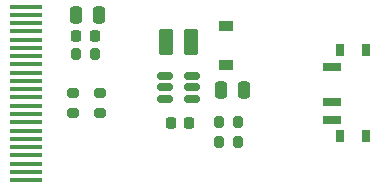
<source format=gbp>
%TF.GenerationSoftware,KiCad,Pcbnew,(6.0.1)*%
%TF.CreationDate,2022-01-25T10:28:24+08:00*%
%TF.ProjectId,PCB_OLED_OEL1M4033FPC_A1_E,5043425f-4f4c-4454-945f-4f454c314d34,1.0*%
%TF.SameCoordinates,Original*%
%TF.FileFunction,Paste,Bot*%
%TF.FilePolarity,Positive*%
%FSLAX46Y46*%
G04 Gerber Fmt 4.6, Leading zero omitted, Abs format (unit mm)*
G04 Created by KiCad (PCBNEW (6.0.1)) date 2022-01-25 10:28:24*
%MOMM*%
%LPD*%
G01*
G04 APERTURE LIST*
G04 Aperture macros list*
%AMRoundRect*
0 Rectangle with rounded corners*
0 $1 Rounding radius*
0 $2 $3 $4 $5 $6 $7 $8 $9 X,Y pos of 4 corners*
0 Add a 4 corners polygon primitive as box body*
4,1,4,$2,$3,$4,$5,$6,$7,$8,$9,$2,$3,0*
0 Add four circle primitives for the rounded corners*
1,1,$1+$1,$2,$3*
1,1,$1+$1,$4,$5*
1,1,$1+$1,$6,$7*
1,1,$1+$1,$8,$9*
0 Add four rect primitives between the rounded corners*
20,1,$1+$1,$2,$3,$4,$5,0*
20,1,$1+$1,$4,$5,$6,$7,0*
20,1,$1+$1,$6,$7,$8,$9,0*
20,1,$1+$1,$8,$9,$2,$3,0*%
G04 Aperture macros list end*
%ADD10RoundRect,0.225000X-0.225000X-0.250000X0.225000X-0.250000X0.225000X0.250000X-0.225000X0.250000X0*%
%ADD11RoundRect,0.250000X0.250000X0.475000X-0.250000X0.475000X-0.250000X-0.475000X0.250000X-0.475000X0*%
%ADD12RoundRect,0.200000X0.275000X-0.200000X0.275000X0.200000X-0.275000X0.200000X-0.275000X-0.200000X0*%
%ADD13RoundRect,0.200000X0.200000X0.275000X-0.200000X0.275000X-0.200000X-0.275000X0.200000X-0.275000X0*%
%ADD14R,1.200000X0.900000*%
%ADD15R,0.800000X1.000000*%
%ADD16R,1.500000X0.700000*%
%ADD17RoundRect,0.250000X-0.250000X-0.475000X0.250000X-0.475000X0.250000X0.475000X-0.250000X0.475000X0*%
%ADD18R,2.800000X0.400000*%
%ADD19RoundRect,0.200000X-0.200000X-0.275000X0.200000X-0.275000X0.200000X0.275000X-0.200000X0.275000X0*%
%ADD20RoundRect,0.250000X-0.375000X-0.850000X0.375000X-0.850000X0.375000X0.850000X-0.375000X0.850000X0*%
%ADD21RoundRect,0.150000X0.512500X0.150000X-0.512500X0.150000X-0.512500X-0.150000X0.512500X-0.150000X0*%
G04 APERTURE END LIST*
D10*
%TO.C,C2*%
X110924000Y-50038000D03*
X112474000Y-50038000D03*
%TD*%
D11*
%TO.C,C1*%
X117094000Y-47244000D03*
X115194000Y-47244000D03*
%TD*%
D12*
%TO.C,R3*%
X102616000Y-49149000D03*
X102616000Y-47499000D03*
%TD*%
%TO.C,R4*%
X104902000Y-49149000D03*
X104902000Y-47499000D03*
%TD*%
D13*
%TO.C,R1*%
X116651000Y-51587400D03*
X115001000Y-51587400D03*
%TD*%
D10*
%TO.C,C3*%
X102920800Y-42646600D03*
X104470800Y-42646600D03*
%TD*%
D14*
%TO.C,D1*%
X115636000Y-45084000D03*
X115636000Y-41784000D03*
%TD*%
D15*
%TO.C,SW1*%
X125220000Y-43850000D03*
X125220000Y-51150000D03*
X127430000Y-43850000D03*
X127430000Y-51150000D03*
D16*
X124570000Y-45250000D03*
X124570000Y-48250000D03*
X124570000Y-49750000D03*
%TD*%
D17*
%TO.C,C4*%
X102936000Y-40894000D03*
X104836000Y-40894000D03*
%TD*%
D18*
%TO.C,J2*%
X98625000Y-54850000D03*
X98625000Y-54150000D03*
X98625000Y-53450000D03*
X98625000Y-52750000D03*
X98625000Y-52050000D03*
X98625000Y-51350000D03*
X98625000Y-50650000D03*
X98625000Y-49950000D03*
X98625000Y-49250000D03*
X98625000Y-48550000D03*
X98625000Y-47850000D03*
X98625000Y-47150000D03*
X98625000Y-46450000D03*
X98625000Y-45750000D03*
X98625000Y-45050000D03*
X98625000Y-44350000D03*
X98625000Y-43650000D03*
X98625000Y-42950000D03*
X98625000Y-42250000D03*
X98625000Y-41550000D03*
X98625000Y-40850000D03*
X98625000Y-40150000D03*
%TD*%
D19*
%TO.C,R2*%
X115001000Y-49911000D03*
X116651000Y-49911000D03*
%TD*%
%TO.C,R5*%
X102870000Y-44196000D03*
X104520000Y-44196000D03*
%TD*%
D20*
%TO.C,L1*%
X110497000Y-43180000D03*
X112647000Y-43180000D03*
%TD*%
D21*
%TO.C,U1*%
X112709500Y-46040000D03*
X112709500Y-46990000D03*
X112709500Y-47940000D03*
X110434500Y-47940000D03*
X110434500Y-46990000D03*
X110434501Y-46039989D03*
%TD*%
M02*

</source>
